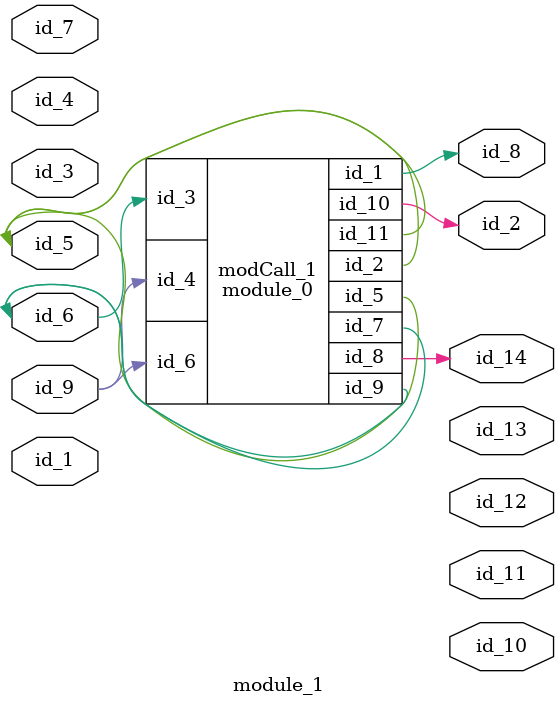
<source format=v>
module module_0 (
    id_1,
    id_2,
    id_3,
    id_4,
    id_5,
    id_6,
    id_7,
    id_8,
    id_9,
    id_10,
    id_11
);
  inout wire id_11;
  output wire id_10;
  inout wire id_9;
  output wire id_8;
  output wire id_7;
  input wire id_6;
  inout wire id_5;
  input wire id_4;
  input wire id_3;
  inout wire id_2;
  output wire id_1;
endmodule
module module_1 (
    id_1,
    id_2,
    id_3,
    id_4,
    id_5,
    id_6,
    id_7,
    id_8,
    id_9,
    id_10,
    id_11,
    id_12,
    id_13,
    id_14
);
  output wire id_14;
  output wire id_13;
  output wire id_12;
  output wire id_11;
  output wire id_10;
  input wire id_9;
  output wire id_8;
  inout wire id_7;
  inout wire id_6;
  inout wire id_5;
  input wire id_4;
  inout wire id_3;
  output wire id_2;
  inout wire id_1;
  assign id_3 = id_3;
  module_0 modCall_1 (
      id_8,
      id_5,
      id_6,
      id_9,
      id_5,
      id_9,
      id_6,
      id_14,
      id_6,
      id_2,
      id_5
  );
endmodule

</source>
